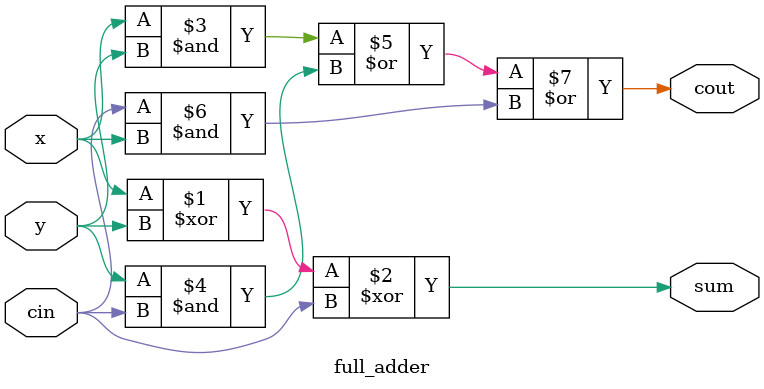
<source format=v>
`timescale 1ns / 1ps
module full_adder(x,y,cin,sum,cout);
input x, y, cin;
output sum, cout;

wire sum, cout;

assign sum = x^y^cin;
assign cout = ((x&y)|(y&cin)|(cin&x));

endmodule


</source>
